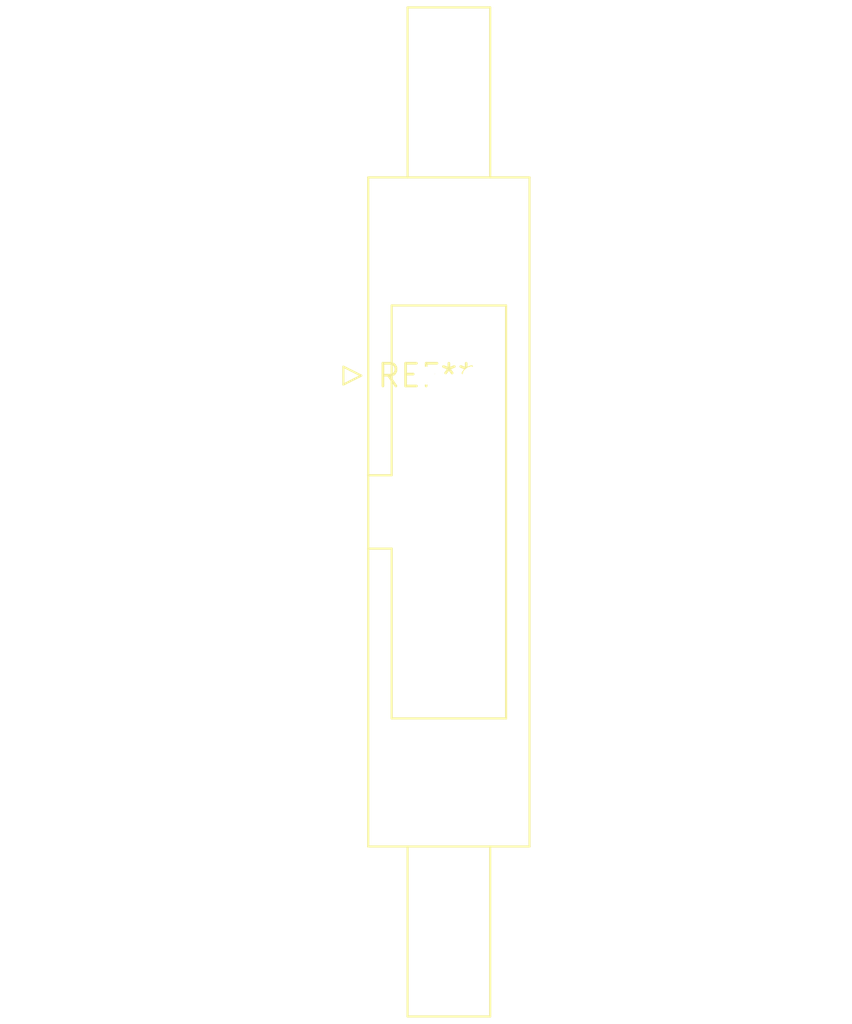
<source format=kicad_pcb>
(kicad_pcb (version 20240108) (generator pcbnew)
  (layers (0 "F.Cu" signal) (31 "B.Cu" signal) (34 "B.Paste" user) (35 "F.Paste" user) (36 "B.SilkS" user "B.Silkscreen") (37 "F.SilkS" user "F.Silkscreen") (38 "B.Mask" user) (39 "F.Mask" user) (44 "Edge.Cuts" user))
  (net 0 "")
  (footprint "IDC-Header_2x07_P2.54mm_Latch9.5mm_Vertical" (layer "F.Cu") (at 0 0)
    (property "Reference" "REF**")
    (property "Value" "IDC-Header_2x07_P2.54mm_Latch9.5mm_Vertical")
    (fp_line (start -4.63 -0.5) (end -4.63 0.5) (layer "F.SilkS") (stroke (width 0.12)))
    (fp_line (start -4.63 0.5) (end -3.63 0) (layer "F.SilkS") (stroke (width 0.12)))
    (fp_line (start -3.63 0) (end -4.63 -0.5) (layer "F.SilkS") (stroke (width 0.12)))
    (fp_line (start -3.24 -11.08) (end 5.78 -11.08) (layer "F.SilkS") (stroke (width 0.12)))
    (fp_line (start -3.24 5.57) (end -1.93 5.57) (layer "F.SilkS") (stroke (width 0.12)))
    (fp_line (start -3.24 26.32) (end -3.24 -11.08) (layer "F.SilkS") (stroke (width 0.12)))
    (fp_line (start -1.93 -3.92) (end 4.47 -3.92) (layer "F.SilkS") (stroke (width 0.12)))
    (fp_line (start -1.93 5.57) (end -1.93 -3.92) (layer "F.SilkS") (stroke (width 0.12)))
    (fp_line (start -1.93 9.67) (end -3.24 9.67) (layer "F.SilkS") (stroke (width 0.12)))
    (fp_line (start -1.93 9.67) (end -1.93 9.67) (layer "F.SilkS") (stroke (width 0.12)))
    (fp_line (start -1.93 19.16) (end -1.93 9.67) (layer "F.SilkS") (stroke (width 0.12)))
    (fp_line (start -1.04 -20.58) (end 3.58 -20.58) (layer "F.SilkS") (stroke (width 0.12)))
    (fp_line (start -1.04 -11.08) (end -1.04 -20.58) (layer "F.SilkS") (stroke (width 0.12)))
    (fp_line (start -1.04 26.32) (end -1.04 35.82) (layer "F.SilkS") (stroke (width 0.12)))
    (fp_line (start -1.04 35.82) (end 3.58 35.82) (layer "F.SilkS") (stroke (width 0.12)))
    (fp_line (start 3.58 -20.58) (end 3.58 -11.08) (layer "F.SilkS") (stroke (width 0.12)))
    (fp_line (start 3.58 35.82) (end 3.58 26.32) (layer "F.SilkS") (stroke (width 0.12)))
    (fp_line (start 4.47 -3.92) (end 4.47 19.16) (layer "F.SilkS") (stroke (width 0.12)))
    (fp_line (start 4.47 19.16) (end -1.93 19.16) (layer "F.SilkS") (stroke (width 0.12)))
    (fp_line (start 5.78 -11.08) (end 5.78 26.32) (layer "F.SilkS") (stroke (width 0.12)))
    (fp_line (start 5.78 26.32) (end -3.24 26.32) (layer "F.SilkS") (stroke (width 0.12)))
    (pad "1" thru_hole roundrect (at 0 0) (size 1.7 1.7) (drill 1) (layers *.Cu *.Mask) (remove_unused_layers) (roundrect_rratio 0.147059))
    (pad "2" thru_hole circle (at 2.54 0) (size 1.7 1.7) (drill 1) (layers *.Cu *.Mask) (remove_unused_layers))
    (pad "3" thru_hole circle (at 0 2.54) (size 1.7 1.7) (drill 1) (layers *.Cu *.Mask) (remove_unused_layers))
    (pad "4" thru_hole circle (at 2.54 2.54) (size 1.7 1.7) (drill 1) (layers *.Cu *.Mask) (remove_unused_layers))
    (pad "5" thru_hole circle (at 0 5.08) (size 1.7 1.7) (drill 1) (layers *.Cu *.Mask) (remove_unused_layers))
    (pad "6" thru_hole circle (at 2.54 5.08) (size 1.7 1.7) (drill 1) (layers *.Cu *.Mask) (remove_unused_layers))
    (pad "7" thru_hole circle (at 0 7.62) (size 1.7 1.7) (drill 1) (layers *.Cu *.Mask) (remove_unused_layers))
    (pad "8" thru_hole circle (at 2.54 7.62) (size 1.7 1.7) (drill 1) (layers *.Cu *.Mask) (remove_unused_layers))
    (pad "9" thru_hole circle (at 0 10.16) (size 1.7 1.7) (drill 1) (layers *.Cu *.Mask) (remove_unused_layers))
    (pad "10" thru_hole circle (at 2.54 10.16) (size 1.7 1.7) (drill 1) (layers *.Cu *.Mask) (remove_unused_layers))
    (pad "11" thru_hole circle (at 0 12.7) (size 1.7 1.7) (drill 1) (layers *.Cu *.Mask) (remove_unused_layers))
    (pad "12" thru_hole circle (at 2.54 12.7) (size 1.7 1.7) (drill 1) (layers *.Cu *.Mask) (remove_unused_layers))
    (pad "13" thru_hole circle (at 0 15.24) (size 1.7 1.7) (drill 1) (layers *.Cu *.Mask) (remove_unused_layers))
    (pad "14" thru_hole circle (at 2.54 15.24) (size 1.7 1.7) (drill 1) (layers *.Cu *.Mask) (remove_unused_layers))
  )
)
</source>
